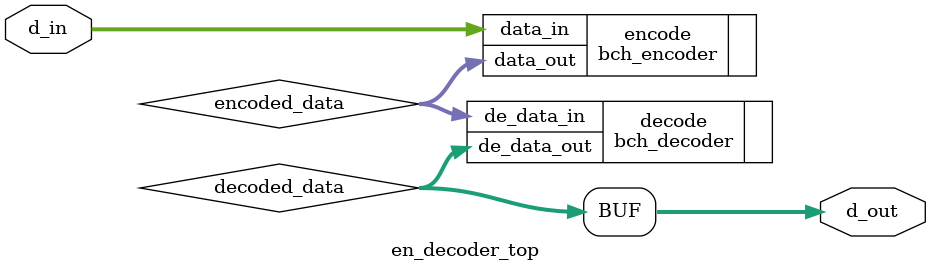
<source format=sv>
module en_decoder_top (input logic [15:0] d_in, output logic [15:0] d_out);

    logic [20:0] encoded_data;
    logic [15:0] decoded_data;


    bch_encoder encode(.data_in(d_in), .data_out(encoded_data));

    bch_decoder decode(.de_data_in(encoded_data), .de_data_out(decoded_data));

    assign d_out = decoded_data;

endmodule
</source>
